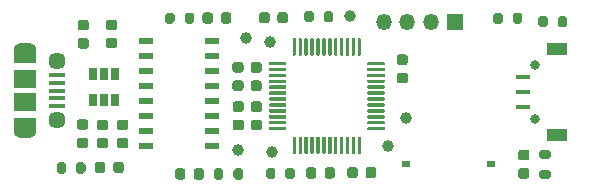
<source format=gbr>
%TF.GenerationSoftware,KiCad,Pcbnew,(5.1.8-0-10_14)*%
%TF.CreationDate,2021-04-16T18:19:52+02:00*%
%TF.ProjectId,SimpleCANAdapter,53696d70-6c65-4434-914e-416461707465,rev?*%
%TF.SameCoordinates,Original*%
%TF.FileFunction,Soldermask,Top*%
%TF.FilePolarity,Negative*%
%FSLAX46Y46*%
G04 Gerber Fmt 4.6, Leading zero omitted, Abs format (unit mm)*
G04 Created by KiCad (PCBNEW (5.1.8-0-10_14)) date 2021-04-16 18:19:52*
%MOMM*%
%LPD*%
G01*
G04 APERTURE LIST*
%ADD10C,1.000000*%
%ADD11C,1.450000*%
%ADD12R,1.350000X0.400000*%
%ADD13R,1.900000X1.500000*%
%ADD14R,1.900000X1.200000*%
%ADD15O,1.900000X0.950000*%
%ADD16R,1.200000X0.600000*%
%ADD17R,1.200000X0.350000*%
%ADD18C,0.800000*%
%ADD19R,1.800000X1.100000*%
%ADD20R,0.650000X1.060000*%
%ADD21R,1.350000X1.350000*%
%ADD22O,1.350000X1.350000*%
%ADD23R,0.800000X0.600000*%
G04 APERTURE END LIST*
D10*
%TO.C,TP8*%
X87760000Y-84320000D03*
%TD*%
%TO.C,TP3*%
X89750000Y-84650000D03*
%TD*%
%TO.C,TP2*%
X89950000Y-94000000D03*
%TD*%
D11*
%TO.C,J2*%
X71750000Y-86300000D03*
X71750000Y-91300000D03*
D12*
X71750000Y-87500000D03*
X71750000Y-88150000D03*
X71750000Y-88800000D03*
X71750000Y-89450000D03*
X71750000Y-90100000D03*
D13*
X69050000Y-87800000D03*
X69050000Y-89800000D03*
D14*
X69050000Y-85900000D03*
X69050000Y-91700000D03*
D15*
X69050000Y-85300000D03*
X69050000Y-92300000D03*
%TD*%
D16*
%TO.C,U5*%
X79230000Y-93445000D03*
X79230000Y-92175000D03*
X79230000Y-90905000D03*
X79230000Y-89635000D03*
X79230000Y-88365000D03*
X79230000Y-87095000D03*
X79230000Y-85825000D03*
X79230000Y-84555000D03*
X84830000Y-84555000D03*
X84830000Y-85825000D03*
X84830000Y-87095000D03*
X84830000Y-88365000D03*
X84830000Y-89635000D03*
X84830000Y-90905000D03*
X84830000Y-92175000D03*
X84830000Y-93445000D03*
%TD*%
%TO.C,D1*%
G36*
G01*
X74937500Y-95556250D02*
X74937500Y-95043750D01*
G75*
G02*
X75156250Y-94825000I218750J0D01*
G01*
X75593750Y-94825000D01*
G75*
G02*
X75812500Y-95043750I0J-218750D01*
G01*
X75812500Y-95556250D01*
G75*
G02*
X75593750Y-95775000I-218750J0D01*
G01*
X75156250Y-95775000D01*
G75*
G02*
X74937500Y-95556250I0J218750D01*
G01*
G37*
G36*
G01*
X76512500Y-95556250D02*
X76512500Y-95043750D01*
G75*
G02*
X76731250Y-94825000I218750J0D01*
G01*
X77168750Y-94825000D01*
G75*
G02*
X77387500Y-95043750I0J-218750D01*
G01*
X77387500Y-95556250D01*
G75*
G02*
X77168750Y-95775000I-218750J0D01*
G01*
X76731250Y-95775000D01*
G75*
G02*
X76512500Y-95556250I0J218750D01*
G01*
G37*
%TD*%
%TO.C,D2*%
G36*
G01*
X93687500Y-95505750D02*
X93687500Y-96018250D01*
G75*
G02*
X93468750Y-96237000I-218750J0D01*
G01*
X93031250Y-96237000D01*
G75*
G02*
X92812500Y-96018250I0J218750D01*
G01*
X92812500Y-95505750D01*
G75*
G02*
X93031250Y-95287000I218750J0D01*
G01*
X93468750Y-95287000D01*
G75*
G02*
X93687500Y-95505750I0J-218750D01*
G01*
G37*
G36*
G01*
X95262500Y-95505750D02*
X95262500Y-96018250D01*
G75*
G02*
X95043750Y-96237000I-218750J0D01*
G01*
X94606250Y-96237000D01*
G75*
G02*
X94387500Y-96018250I0J218750D01*
G01*
X94387500Y-95505750D01*
G75*
G02*
X94606250Y-95287000I218750J0D01*
G01*
X95043750Y-95287000D01*
G75*
G02*
X95262500Y-95505750I0J-218750D01*
G01*
G37*
%TD*%
D17*
%TO.C,J1*%
X111200000Y-90150000D03*
X111200000Y-88900000D03*
X111200000Y-87650000D03*
D18*
X112200000Y-91200000D03*
X112200000Y-86600000D03*
D19*
X114100000Y-92550000D03*
X114100000Y-85250000D03*
%TD*%
%TO.C,R2*%
G36*
G01*
X114135000Y-83225000D02*
X114135000Y-82675000D01*
G75*
G02*
X114335000Y-82475000I200000J0D01*
G01*
X114735000Y-82475000D01*
G75*
G02*
X114935000Y-82675000I0J-200000D01*
G01*
X114935000Y-83225000D01*
G75*
G02*
X114735000Y-83425000I-200000J0D01*
G01*
X114335000Y-83425000D01*
G75*
G02*
X114135000Y-83225000I0J200000D01*
G01*
G37*
G36*
G01*
X112485000Y-83225000D02*
X112485000Y-82675000D01*
G75*
G02*
X112685000Y-82475000I200000J0D01*
G01*
X113085000Y-82475000D01*
G75*
G02*
X113285000Y-82675000I0J-200000D01*
G01*
X113285000Y-83225000D01*
G75*
G02*
X113085000Y-83425000I-200000J0D01*
G01*
X112685000Y-83425000D01*
G75*
G02*
X112485000Y-83225000I0J200000D01*
G01*
G37*
%TD*%
%TO.C,R3*%
G36*
G01*
X113325000Y-96275000D02*
X112775000Y-96275000D01*
G75*
G02*
X112575000Y-96075000I0J200000D01*
G01*
X112575000Y-95675000D01*
G75*
G02*
X112775000Y-95475000I200000J0D01*
G01*
X113325000Y-95475000D01*
G75*
G02*
X113525000Y-95675000I0J-200000D01*
G01*
X113525000Y-96075000D01*
G75*
G02*
X113325000Y-96275000I-200000J0D01*
G01*
G37*
G36*
G01*
X113325000Y-94625000D02*
X112775000Y-94625000D01*
G75*
G02*
X112575000Y-94425000I0J200000D01*
G01*
X112575000Y-94025000D01*
G75*
G02*
X112775000Y-93825000I200000J0D01*
G01*
X113325000Y-93825000D01*
G75*
G02*
X113525000Y-94025000I0J-200000D01*
G01*
X113525000Y-94425000D01*
G75*
G02*
X113325000Y-94625000I-200000J0D01*
G01*
G37*
%TD*%
%TO.C,R4*%
G36*
G01*
X94326000Y-82811000D02*
X94326000Y-82261000D01*
G75*
G02*
X94526000Y-82061000I200000J0D01*
G01*
X94926000Y-82061000D01*
G75*
G02*
X95126000Y-82261000I0J-200000D01*
G01*
X95126000Y-82811000D01*
G75*
G02*
X94926000Y-83011000I-200000J0D01*
G01*
X94526000Y-83011000D01*
G75*
G02*
X94326000Y-82811000I0J200000D01*
G01*
G37*
G36*
G01*
X92676000Y-82811000D02*
X92676000Y-82261000D01*
G75*
G02*
X92876000Y-82061000I200000J0D01*
G01*
X93276000Y-82061000D01*
G75*
G02*
X93476000Y-82261000I0J-200000D01*
G01*
X93476000Y-82811000D01*
G75*
G02*
X93276000Y-83011000I-200000J0D01*
G01*
X92876000Y-83011000D01*
G75*
G02*
X92676000Y-82811000I0J200000D01*
G01*
G37*
%TD*%
%TO.C,R5*%
G36*
G01*
X72500000Y-95065000D02*
X72500000Y-95615000D01*
G75*
G02*
X72300000Y-95815000I-200000J0D01*
G01*
X71900000Y-95815000D01*
G75*
G02*
X71700000Y-95615000I0J200000D01*
G01*
X71700000Y-95065000D01*
G75*
G02*
X71900000Y-94865000I200000J0D01*
G01*
X72300000Y-94865000D01*
G75*
G02*
X72500000Y-95065000I0J-200000D01*
G01*
G37*
G36*
G01*
X74150000Y-95065000D02*
X74150000Y-95615000D01*
G75*
G02*
X73950000Y-95815000I-200000J0D01*
G01*
X73550000Y-95815000D01*
G75*
G02*
X73350000Y-95615000I0J200000D01*
G01*
X73350000Y-95065000D01*
G75*
G02*
X73550000Y-94865000I200000J0D01*
G01*
X73950000Y-94865000D01*
G75*
G02*
X74150000Y-95065000I0J-200000D01*
G01*
G37*
%TD*%
%TO.C,R6*%
G36*
G01*
X91875000Y-95525000D02*
X91875000Y-96075000D01*
G75*
G02*
X91675000Y-96275000I-200000J0D01*
G01*
X91275000Y-96275000D01*
G75*
G02*
X91075000Y-96075000I0J200000D01*
G01*
X91075000Y-95525000D01*
G75*
G02*
X91275000Y-95325000I200000J0D01*
G01*
X91675000Y-95325000D01*
G75*
G02*
X91875000Y-95525000I0J-200000D01*
G01*
G37*
G36*
G01*
X90225000Y-95525000D02*
X90225000Y-96075000D01*
G75*
G02*
X90025000Y-96275000I-200000J0D01*
G01*
X89625000Y-96275000D01*
G75*
G02*
X89425000Y-96075000I0J200000D01*
G01*
X89425000Y-95525000D01*
G75*
G02*
X89625000Y-95325000I200000J0D01*
G01*
X90025000Y-95325000D01*
G75*
G02*
X90225000Y-95525000I0J-200000D01*
G01*
G37*
%TD*%
D20*
%TO.C,U4*%
X75700000Y-89600000D03*
X76650000Y-89600000D03*
X74750000Y-89600000D03*
X74750000Y-87400000D03*
X75700000Y-87400000D03*
X76650000Y-87400000D03*
%TD*%
%TO.C,C7*%
G36*
G01*
X111000000Y-95350000D02*
X111500000Y-95350000D01*
G75*
G02*
X111725000Y-95575000I0J-225000D01*
G01*
X111725000Y-96025000D01*
G75*
G02*
X111500000Y-96250000I-225000J0D01*
G01*
X111000000Y-96250000D01*
G75*
G02*
X110775000Y-96025000I0J225000D01*
G01*
X110775000Y-95575000D01*
G75*
G02*
X111000000Y-95350000I225000J0D01*
G01*
G37*
G36*
G01*
X111000000Y-93800000D02*
X111500000Y-93800000D01*
G75*
G02*
X111725000Y-94025000I0J-225000D01*
G01*
X111725000Y-94475000D01*
G75*
G02*
X111500000Y-94700000I-225000J0D01*
G01*
X111000000Y-94700000D01*
G75*
G02*
X110775000Y-94475000I0J225000D01*
G01*
X110775000Y-94025000D01*
G75*
G02*
X111000000Y-93800000I225000J0D01*
G01*
G37*
%TD*%
%TO.C,C15*%
G36*
G01*
X73700000Y-84350000D02*
X74200000Y-84350000D01*
G75*
G02*
X74425000Y-84575000I0J-225000D01*
G01*
X74425000Y-85025000D01*
G75*
G02*
X74200000Y-85250000I-225000J0D01*
G01*
X73700000Y-85250000D01*
G75*
G02*
X73475000Y-85025000I0J225000D01*
G01*
X73475000Y-84575000D01*
G75*
G02*
X73700000Y-84350000I225000J0D01*
G01*
G37*
G36*
G01*
X73700000Y-82800000D02*
X74200000Y-82800000D01*
G75*
G02*
X74425000Y-83025000I0J-225000D01*
G01*
X74425000Y-83475000D01*
G75*
G02*
X74200000Y-83700000I-225000J0D01*
G01*
X73700000Y-83700000D01*
G75*
G02*
X73475000Y-83475000I0J225000D01*
G01*
X73475000Y-83025000D01*
G75*
G02*
X73700000Y-82800000I225000J0D01*
G01*
G37*
%TD*%
%TO.C,C16*%
G36*
G01*
X77540000Y-93690000D02*
X77040000Y-93690000D01*
G75*
G02*
X76815000Y-93465000I0J225000D01*
G01*
X76815000Y-93015000D01*
G75*
G02*
X77040000Y-92790000I225000J0D01*
G01*
X77540000Y-92790000D01*
G75*
G02*
X77765000Y-93015000I0J-225000D01*
G01*
X77765000Y-93465000D01*
G75*
G02*
X77540000Y-93690000I-225000J0D01*
G01*
G37*
G36*
G01*
X77540000Y-92140000D02*
X77040000Y-92140000D01*
G75*
G02*
X76815000Y-91915000I0J225000D01*
G01*
X76815000Y-91465000D01*
G75*
G02*
X77040000Y-91240000I225000J0D01*
G01*
X77540000Y-91240000D01*
G75*
G02*
X77765000Y-91465000I0J-225000D01*
G01*
X77765000Y-91915000D01*
G75*
G02*
X77540000Y-92140000I-225000J0D01*
G01*
G37*
%TD*%
%TO.C,C17*%
G36*
G01*
X74140000Y-92115000D02*
X73640000Y-92115000D01*
G75*
G02*
X73415000Y-91890000I0J225000D01*
G01*
X73415000Y-91440000D01*
G75*
G02*
X73640000Y-91215000I225000J0D01*
G01*
X74140000Y-91215000D01*
G75*
G02*
X74365000Y-91440000I0J-225000D01*
G01*
X74365000Y-91890000D01*
G75*
G02*
X74140000Y-92115000I-225000J0D01*
G01*
G37*
G36*
G01*
X74140000Y-93665000D02*
X73640000Y-93665000D01*
G75*
G02*
X73415000Y-93440000I0J225000D01*
G01*
X73415000Y-92990000D01*
G75*
G02*
X73640000Y-92765000I225000J0D01*
G01*
X74140000Y-92765000D01*
G75*
G02*
X74365000Y-92990000I0J-225000D01*
G01*
X74365000Y-93440000D01*
G75*
G02*
X74140000Y-93665000I-225000J0D01*
G01*
G37*
%TD*%
%TO.C,C18*%
G36*
G01*
X76100000Y-84325000D02*
X76600000Y-84325000D01*
G75*
G02*
X76825000Y-84550000I0J-225000D01*
G01*
X76825000Y-85000000D01*
G75*
G02*
X76600000Y-85225000I-225000J0D01*
G01*
X76100000Y-85225000D01*
G75*
G02*
X75875000Y-85000000I0J225000D01*
G01*
X75875000Y-84550000D01*
G75*
G02*
X76100000Y-84325000I225000J0D01*
G01*
G37*
G36*
G01*
X76100000Y-82775000D02*
X76600000Y-82775000D01*
G75*
G02*
X76825000Y-83000000I0J-225000D01*
G01*
X76825000Y-83450000D01*
G75*
G02*
X76600000Y-83675000I-225000J0D01*
G01*
X76100000Y-83675000D01*
G75*
G02*
X75875000Y-83450000I0J225000D01*
G01*
X75875000Y-83000000D01*
G75*
G02*
X76100000Y-82775000I225000J0D01*
G01*
G37*
%TD*%
%TO.C,C19*%
G36*
G01*
X75840000Y-93690000D02*
X75340000Y-93690000D01*
G75*
G02*
X75115000Y-93465000I0J225000D01*
G01*
X75115000Y-93015000D01*
G75*
G02*
X75340000Y-92790000I225000J0D01*
G01*
X75840000Y-92790000D01*
G75*
G02*
X76065000Y-93015000I0J-225000D01*
G01*
X76065000Y-93465000D01*
G75*
G02*
X75840000Y-93690000I-225000J0D01*
G01*
G37*
G36*
G01*
X75840000Y-92140000D02*
X75340000Y-92140000D01*
G75*
G02*
X75115000Y-91915000I0J225000D01*
G01*
X75115000Y-91465000D01*
G75*
G02*
X75340000Y-91240000I225000J0D01*
G01*
X75840000Y-91240000D01*
G75*
G02*
X76065000Y-91465000I0J-225000D01*
G01*
X76065000Y-91915000D01*
G75*
G02*
X75840000Y-92140000I-225000J0D01*
G01*
G37*
%TD*%
D10*
%TO.C,TP1*%
X96550000Y-82500000D03*
%TD*%
%TO.C,TP4*%
X101260000Y-91080000D03*
%TD*%
%TO.C,D3*%
G36*
G01*
X83310000Y-96106250D02*
X83310000Y-95593750D01*
G75*
G02*
X83528750Y-95375000I218750J0D01*
G01*
X83966250Y-95375000D01*
G75*
G02*
X84185000Y-95593750I0J-218750D01*
G01*
X84185000Y-96106250D01*
G75*
G02*
X83966250Y-96325000I-218750J0D01*
G01*
X83528750Y-96325000D01*
G75*
G02*
X83310000Y-96106250I0J218750D01*
G01*
G37*
G36*
G01*
X81735000Y-96106250D02*
X81735000Y-95593750D01*
G75*
G02*
X81953750Y-95375000I218750J0D01*
G01*
X82391250Y-95375000D01*
G75*
G02*
X82610000Y-95593750I0J-218750D01*
G01*
X82610000Y-96106250D01*
G75*
G02*
X82391250Y-96325000I-218750J0D01*
G01*
X81953750Y-96325000D01*
G75*
G02*
X81735000Y-96106250I0J218750D01*
G01*
G37*
%TD*%
%TO.C,D4*%
G36*
G01*
X86497500Y-82393750D02*
X86497500Y-82906250D01*
G75*
G02*
X86278750Y-83125000I-218750J0D01*
G01*
X85841250Y-83125000D01*
G75*
G02*
X85622500Y-82906250I0J218750D01*
G01*
X85622500Y-82393750D01*
G75*
G02*
X85841250Y-82175000I218750J0D01*
G01*
X86278750Y-82175000D01*
G75*
G02*
X86497500Y-82393750I0J-218750D01*
G01*
G37*
G36*
G01*
X84922500Y-82393750D02*
X84922500Y-82906250D01*
G75*
G02*
X84703750Y-83125000I-218750J0D01*
G01*
X84266250Y-83125000D01*
G75*
G02*
X84047500Y-82906250I0J218750D01*
G01*
X84047500Y-82393750D01*
G75*
G02*
X84266250Y-82175000I218750J0D01*
G01*
X84703750Y-82175000D01*
G75*
G02*
X84922500Y-82393750I0J-218750D01*
G01*
G37*
%TD*%
%TO.C,R7*%
G36*
G01*
X85015000Y-96125000D02*
X85015000Y-95575000D01*
G75*
G02*
X85215000Y-95375000I200000J0D01*
G01*
X85615000Y-95375000D01*
G75*
G02*
X85815000Y-95575000I0J-200000D01*
G01*
X85815000Y-96125000D01*
G75*
G02*
X85615000Y-96325000I-200000J0D01*
G01*
X85215000Y-96325000D01*
G75*
G02*
X85015000Y-96125000I0J200000D01*
G01*
G37*
G36*
G01*
X86665000Y-96125000D02*
X86665000Y-95575000D01*
G75*
G02*
X86865000Y-95375000I200000J0D01*
G01*
X87265000Y-95375000D01*
G75*
G02*
X87465000Y-95575000I0J-200000D01*
G01*
X87465000Y-96125000D01*
G75*
G02*
X87265000Y-96325000I-200000J0D01*
G01*
X86865000Y-96325000D01*
G75*
G02*
X86665000Y-96125000I0J200000D01*
G01*
G37*
%TD*%
%TO.C,R8*%
G36*
G01*
X81685000Y-82385000D02*
X81685000Y-82935000D01*
G75*
G02*
X81485000Y-83135000I-200000J0D01*
G01*
X81085000Y-83135000D01*
G75*
G02*
X80885000Y-82935000I0J200000D01*
G01*
X80885000Y-82385000D01*
G75*
G02*
X81085000Y-82185000I200000J0D01*
G01*
X81485000Y-82185000D01*
G75*
G02*
X81685000Y-82385000I0J-200000D01*
G01*
G37*
G36*
G01*
X83335000Y-82385000D02*
X83335000Y-82935000D01*
G75*
G02*
X83135000Y-83135000I-200000J0D01*
G01*
X82735000Y-83135000D01*
G75*
G02*
X82535000Y-82935000I0J200000D01*
G01*
X82535000Y-82385000D01*
G75*
G02*
X82735000Y-82185000I200000J0D01*
G01*
X83135000Y-82185000D01*
G75*
G02*
X83335000Y-82385000I0J-200000D01*
G01*
G37*
%TD*%
%TO.C,C2*%
G36*
G01*
X100720000Y-85730000D02*
X101220000Y-85730000D01*
G75*
G02*
X101445000Y-85955000I0J-225000D01*
G01*
X101445000Y-86405000D01*
G75*
G02*
X101220000Y-86630000I-225000J0D01*
G01*
X100720000Y-86630000D01*
G75*
G02*
X100495000Y-86405000I0J225000D01*
G01*
X100495000Y-85955000D01*
G75*
G02*
X100720000Y-85730000I225000J0D01*
G01*
G37*
G36*
G01*
X100720000Y-87280000D02*
X101220000Y-87280000D01*
G75*
G02*
X101445000Y-87505000I0J-225000D01*
G01*
X101445000Y-87955000D01*
G75*
G02*
X101220000Y-88180000I-225000J0D01*
G01*
X100720000Y-88180000D01*
G75*
G02*
X100495000Y-87955000I0J225000D01*
G01*
X100495000Y-87505000D01*
G75*
G02*
X100720000Y-87280000I225000J0D01*
G01*
G37*
%TD*%
%TO.C,C3*%
G36*
G01*
X88340000Y-87935000D02*
X88840000Y-87935000D01*
G75*
G02*
X89065000Y-88160000I0J-225000D01*
G01*
X89065000Y-88610000D01*
G75*
G02*
X88840000Y-88835000I-225000J0D01*
G01*
X88340000Y-88835000D01*
G75*
G02*
X88115000Y-88610000I0J225000D01*
G01*
X88115000Y-88160000D01*
G75*
G02*
X88340000Y-87935000I225000J0D01*
G01*
G37*
G36*
G01*
X88340000Y-86385000D02*
X88840000Y-86385000D01*
G75*
G02*
X89065000Y-86610000I0J-225000D01*
G01*
X89065000Y-87060000D01*
G75*
G02*
X88840000Y-87285000I-225000J0D01*
G01*
X88340000Y-87285000D01*
G75*
G02*
X88115000Y-87060000I0J225000D01*
G01*
X88115000Y-86610000D01*
G75*
G02*
X88340000Y-86385000I225000J0D01*
G01*
G37*
%TD*%
%TO.C,C6*%
G36*
G01*
X97205000Y-95490000D02*
X97205000Y-95990000D01*
G75*
G02*
X96980000Y-96215000I-225000J0D01*
G01*
X96530000Y-96215000D01*
G75*
G02*
X96305000Y-95990000I0J225000D01*
G01*
X96305000Y-95490000D01*
G75*
G02*
X96530000Y-95265000I225000J0D01*
G01*
X96980000Y-95265000D01*
G75*
G02*
X97205000Y-95490000I0J-225000D01*
G01*
G37*
G36*
G01*
X98755000Y-95490000D02*
X98755000Y-95990000D01*
G75*
G02*
X98530000Y-96215000I-225000J0D01*
G01*
X98080000Y-96215000D01*
G75*
G02*
X97855000Y-95990000I0J225000D01*
G01*
X97855000Y-95490000D01*
G75*
G02*
X98080000Y-95265000I225000J0D01*
G01*
X98530000Y-95265000D01*
G75*
G02*
X98755000Y-95490000I0J-225000D01*
G01*
G37*
%TD*%
%TO.C,C8*%
G36*
G01*
X90395000Y-82880000D02*
X90395000Y-82380000D01*
G75*
G02*
X90620000Y-82155000I225000J0D01*
G01*
X91070000Y-82155000D01*
G75*
G02*
X91295000Y-82380000I0J-225000D01*
G01*
X91295000Y-82880000D01*
G75*
G02*
X91070000Y-83105000I-225000J0D01*
G01*
X90620000Y-83105000D01*
G75*
G02*
X90395000Y-82880000I0J225000D01*
G01*
G37*
G36*
G01*
X88845000Y-82880000D02*
X88845000Y-82380000D01*
G75*
G02*
X89070000Y-82155000I225000J0D01*
G01*
X89520000Y-82155000D01*
G75*
G02*
X89745000Y-82380000I0J-225000D01*
G01*
X89745000Y-82880000D01*
G75*
G02*
X89520000Y-83105000I-225000J0D01*
G01*
X89070000Y-83105000D01*
G75*
G02*
X88845000Y-82880000I0J225000D01*
G01*
G37*
%TD*%
%TO.C,C10*%
G36*
G01*
X88870000Y-92155000D02*
X88370000Y-92155000D01*
G75*
G02*
X88145000Y-91930000I0J225000D01*
G01*
X88145000Y-91480000D01*
G75*
G02*
X88370000Y-91255000I225000J0D01*
G01*
X88870000Y-91255000D01*
G75*
G02*
X89095000Y-91480000I0J-225000D01*
G01*
X89095000Y-91930000D01*
G75*
G02*
X88870000Y-92155000I-225000J0D01*
G01*
G37*
G36*
G01*
X88870000Y-90605000D02*
X88370000Y-90605000D01*
G75*
G02*
X88145000Y-90380000I0J225000D01*
G01*
X88145000Y-89930000D01*
G75*
G02*
X88370000Y-89705000I225000J0D01*
G01*
X88870000Y-89705000D01*
G75*
G02*
X89095000Y-89930000I0J-225000D01*
G01*
X89095000Y-90380000D01*
G75*
G02*
X88870000Y-90605000I-225000J0D01*
G01*
G37*
%TD*%
%TO.C,U1*%
G36*
G01*
X89680000Y-86585000D02*
X89680000Y-86435000D01*
G75*
G02*
X89755000Y-86360000I75000J0D01*
G01*
X91080000Y-86360000D01*
G75*
G02*
X91155000Y-86435000I0J-75000D01*
G01*
X91155000Y-86585000D01*
G75*
G02*
X91080000Y-86660000I-75000J0D01*
G01*
X89755000Y-86660000D01*
G75*
G02*
X89680000Y-86585000I0J75000D01*
G01*
G37*
G36*
G01*
X89680000Y-87085000D02*
X89680000Y-86935000D01*
G75*
G02*
X89755000Y-86860000I75000J0D01*
G01*
X91080000Y-86860000D01*
G75*
G02*
X91155000Y-86935000I0J-75000D01*
G01*
X91155000Y-87085000D01*
G75*
G02*
X91080000Y-87160000I-75000J0D01*
G01*
X89755000Y-87160000D01*
G75*
G02*
X89680000Y-87085000I0J75000D01*
G01*
G37*
G36*
G01*
X89680000Y-87585000D02*
X89680000Y-87435000D01*
G75*
G02*
X89755000Y-87360000I75000J0D01*
G01*
X91080000Y-87360000D01*
G75*
G02*
X91155000Y-87435000I0J-75000D01*
G01*
X91155000Y-87585000D01*
G75*
G02*
X91080000Y-87660000I-75000J0D01*
G01*
X89755000Y-87660000D01*
G75*
G02*
X89680000Y-87585000I0J75000D01*
G01*
G37*
G36*
G01*
X89680000Y-88085000D02*
X89680000Y-87935000D01*
G75*
G02*
X89755000Y-87860000I75000J0D01*
G01*
X91080000Y-87860000D01*
G75*
G02*
X91155000Y-87935000I0J-75000D01*
G01*
X91155000Y-88085000D01*
G75*
G02*
X91080000Y-88160000I-75000J0D01*
G01*
X89755000Y-88160000D01*
G75*
G02*
X89680000Y-88085000I0J75000D01*
G01*
G37*
G36*
G01*
X89680000Y-88585000D02*
X89680000Y-88435000D01*
G75*
G02*
X89755000Y-88360000I75000J0D01*
G01*
X91080000Y-88360000D01*
G75*
G02*
X91155000Y-88435000I0J-75000D01*
G01*
X91155000Y-88585000D01*
G75*
G02*
X91080000Y-88660000I-75000J0D01*
G01*
X89755000Y-88660000D01*
G75*
G02*
X89680000Y-88585000I0J75000D01*
G01*
G37*
G36*
G01*
X89680000Y-89085000D02*
X89680000Y-88935000D01*
G75*
G02*
X89755000Y-88860000I75000J0D01*
G01*
X91080000Y-88860000D01*
G75*
G02*
X91155000Y-88935000I0J-75000D01*
G01*
X91155000Y-89085000D01*
G75*
G02*
X91080000Y-89160000I-75000J0D01*
G01*
X89755000Y-89160000D01*
G75*
G02*
X89680000Y-89085000I0J75000D01*
G01*
G37*
G36*
G01*
X89680000Y-89585000D02*
X89680000Y-89435000D01*
G75*
G02*
X89755000Y-89360000I75000J0D01*
G01*
X91080000Y-89360000D01*
G75*
G02*
X91155000Y-89435000I0J-75000D01*
G01*
X91155000Y-89585000D01*
G75*
G02*
X91080000Y-89660000I-75000J0D01*
G01*
X89755000Y-89660000D01*
G75*
G02*
X89680000Y-89585000I0J75000D01*
G01*
G37*
G36*
G01*
X89680000Y-90085000D02*
X89680000Y-89935000D01*
G75*
G02*
X89755000Y-89860000I75000J0D01*
G01*
X91080000Y-89860000D01*
G75*
G02*
X91155000Y-89935000I0J-75000D01*
G01*
X91155000Y-90085000D01*
G75*
G02*
X91080000Y-90160000I-75000J0D01*
G01*
X89755000Y-90160000D01*
G75*
G02*
X89680000Y-90085000I0J75000D01*
G01*
G37*
G36*
G01*
X89680000Y-90585000D02*
X89680000Y-90435000D01*
G75*
G02*
X89755000Y-90360000I75000J0D01*
G01*
X91080000Y-90360000D01*
G75*
G02*
X91155000Y-90435000I0J-75000D01*
G01*
X91155000Y-90585000D01*
G75*
G02*
X91080000Y-90660000I-75000J0D01*
G01*
X89755000Y-90660000D01*
G75*
G02*
X89680000Y-90585000I0J75000D01*
G01*
G37*
G36*
G01*
X89680000Y-91085000D02*
X89680000Y-90935000D01*
G75*
G02*
X89755000Y-90860000I75000J0D01*
G01*
X91080000Y-90860000D01*
G75*
G02*
X91155000Y-90935000I0J-75000D01*
G01*
X91155000Y-91085000D01*
G75*
G02*
X91080000Y-91160000I-75000J0D01*
G01*
X89755000Y-91160000D01*
G75*
G02*
X89680000Y-91085000I0J75000D01*
G01*
G37*
G36*
G01*
X89680000Y-91585000D02*
X89680000Y-91435000D01*
G75*
G02*
X89755000Y-91360000I75000J0D01*
G01*
X91080000Y-91360000D01*
G75*
G02*
X91155000Y-91435000I0J-75000D01*
G01*
X91155000Y-91585000D01*
G75*
G02*
X91080000Y-91660000I-75000J0D01*
G01*
X89755000Y-91660000D01*
G75*
G02*
X89680000Y-91585000I0J75000D01*
G01*
G37*
G36*
G01*
X89680000Y-92085000D02*
X89680000Y-91935000D01*
G75*
G02*
X89755000Y-91860000I75000J0D01*
G01*
X91080000Y-91860000D01*
G75*
G02*
X91155000Y-91935000I0J-75000D01*
G01*
X91155000Y-92085000D01*
G75*
G02*
X91080000Y-92160000I-75000J0D01*
G01*
X89755000Y-92160000D01*
G75*
G02*
X89680000Y-92085000I0J75000D01*
G01*
G37*
G36*
G01*
X91680000Y-94085000D02*
X91680000Y-92760000D01*
G75*
G02*
X91755000Y-92685000I75000J0D01*
G01*
X91905000Y-92685000D01*
G75*
G02*
X91980000Y-92760000I0J-75000D01*
G01*
X91980000Y-94085000D01*
G75*
G02*
X91905000Y-94160000I-75000J0D01*
G01*
X91755000Y-94160000D01*
G75*
G02*
X91680000Y-94085000I0J75000D01*
G01*
G37*
G36*
G01*
X92180000Y-94085000D02*
X92180000Y-92760000D01*
G75*
G02*
X92255000Y-92685000I75000J0D01*
G01*
X92405000Y-92685000D01*
G75*
G02*
X92480000Y-92760000I0J-75000D01*
G01*
X92480000Y-94085000D01*
G75*
G02*
X92405000Y-94160000I-75000J0D01*
G01*
X92255000Y-94160000D01*
G75*
G02*
X92180000Y-94085000I0J75000D01*
G01*
G37*
G36*
G01*
X92680000Y-94085000D02*
X92680000Y-92760000D01*
G75*
G02*
X92755000Y-92685000I75000J0D01*
G01*
X92905000Y-92685000D01*
G75*
G02*
X92980000Y-92760000I0J-75000D01*
G01*
X92980000Y-94085000D01*
G75*
G02*
X92905000Y-94160000I-75000J0D01*
G01*
X92755000Y-94160000D01*
G75*
G02*
X92680000Y-94085000I0J75000D01*
G01*
G37*
G36*
G01*
X93180000Y-94085000D02*
X93180000Y-92760000D01*
G75*
G02*
X93255000Y-92685000I75000J0D01*
G01*
X93405000Y-92685000D01*
G75*
G02*
X93480000Y-92760000I0J-75000D01*
G01*
X93480000Y-94085000D01*
G75*
G02*
X93405000Y-94160000I-75000J0D01*
G01*
X93255000Y-94160000D01*
G75*
G02*
X93180000Y-94085000I0J75000D01*
G01*
G37*
G36*
G01*
X93680000Y-94085000D02*
X93680000Y-92760000D01*
G75*
G02*
X93755000Y-92685000I75000J0D01*
G01*
X93905000Y-92685000D01*
G75*
G02*
X93980000Y-92760000I0J-75000D01*
G01*
X93980000Y-94085000D01*
G75*
G02*
X93905000Y-94160000I-75000J0D01*
G01*
X93755000Y-94160000D01*
G75*
G02*
X93680000Y-94085000I0J75000D01*
G01*
G37*
G36*
G01*
X94180000Y-94085000D02*
X94180000Y-92760000D01*
G75*
G02*
X94255000Y-92685000I75000J0D01*
G01*
X94405000Y-92685000D01*
G75*
G02*
X94480000Y-92760000I0J-75000D01*
G01*
X94480000Y-94085000D01*
G75*
G02*
X94405000Y-94160000I-75000J0D01*
G01*
X94255000Y-94160000D01*
G75*
G02*
X94180000Y-94085000I0J75000D01*
G01*
G37*
G36*
G01*
X94680000Y-94085000D02*
X94680000Y-92760000D01*
G75*
G02*
X94755000Y-92685000I75000J0D01*
G01*
X94905000Y-92685000D01*
G75*
G02*
X94980000Y-92760000I0J-75000D01*
G01*
X94980000Y-94085000D01*
G75*
G02*
X94905000Y-94160000I-75000J0D01*
G01*
X94755000Y-94160000D01*
G75*
G02*
X94680000Y-94085000I0J75000D01*
G01*
G37*
G36*
G01*
X95180000Y-94085000D02*
X95180000Y-92760000D01*
G75*
G02*
X95255000Y-92685000I75000J0D01*
G01*
X95405000Y-92685000D01*
G75*
G02*
X95480000Y-92760000I0J-75000D01*
G01*
X95480000Y-94085000D01*
G75*
G02*
X95405000Y-94160000I-75000J0D01*
G01*
X95255000Y-94160000D01*
G75*
G02*
X95180000Y-94085000I0J75000D01*
G01*
G37*
G36*
G01*
X95680000Y-94085000D02*
X95680000Y-92760000D01*
G75*
G02*
X95755000Y-92685000I75000J0D01*
G01*
X95905000Y-92685000D01*
G75*
G02*
X95980000Y-92760000I0J-75000D01*
G01*
X95980000Y-94085000D01*
G75*
G02*
X95905000Y-94160000I-75000J0D01*
G01*
X95755000Y-94160000D01*
G75*
G02*
X95680000Y-94085000I0J75000D01*
G01*
G37*
G36*
G01*
X96180000Y-94085000D02*
X96180000Y-92760000D01*
G75*
G02*
X96255000Y-92685000I75000J0D01*
G01*
X96405000Y-92685000D01*
G75*
G02*
X96480000Y-92760000I0J-75000D01*
G01*
X96480000Y-94085000D01*
G75*
G02*
X96405000Y-94160000I-75000J0D01*
G01*
X96255000Y-94160000D01*
G75*
G02*
X96180000Y-94085000I0J75000D01*
G01*
G37*
G36*
G01*
X96680000Y-94085000D02*
X96680000Y-92760000D01*
G75*
G02*
X96755000Y-92685000I75000J0D01*
G01*
X96905000Y-92685000D01*
G75*
G02*
X96980000Y-92760000I0J-75000D01*
G01*
X96980000Y-94085000D01*
G75*
G02*
X96905000Y-94160000I-75000J0D01*
G01*
X96755000Y-94160000D01*
G75*
G02*
X96680000Y-94085000I0J75000D01*
G01*
G37*
G36*
G01*
X97180000Y-94085000D02*
X97180000Y-92760000D01*
G75*
G02*
X97255000Y-92685000I75000J0D01*
G01*
X97405000Y-92685000D01*
G75*
G02*
X97480000Y-92760000I0J-75000D01*
G01*
X97480000Y-94085000D01*
G75*
G02*
X97405000Y-94160000I-75000J0D01*
G01*
X97255000Y-94160000D01*
G75*
G02*
X97180000Y-94085000I0J75000D01*
G01*
G37*
G36*
G01*
X98005000Y-92085000D02*
X98005000Y-91935000D01*
G75*
G02*
X98080000Y-91860000I75000J0D01*
G01*
X99405000Y-91860000D01*
G75*
G02*
X99480000Y-91935000I0J-75000D01*
G01*
X99480000Y-92085000D01*
G75*
G02*
X99405000Y-92160000I-75000J0D01*
G01*
X98080000Y-92160000D01*
G75*
G02*
X98005000Y-92085000I0J75000D01*
G01*
G37*
G36*
G01*
X98005000Y-91585000D02*
X98005000Y-91435000D01*
G75*
G02*
X98080000Y-91360000I75000J0D01*
G01*
X99405000Y-91360000D01*
G75*
G02*
X99480000Y-91435000I0J-75000D01*
G01*
X99480000Y-91585000D01*
G75*
G02*
X99405000Y-91660000I-75000J0D01*
G01*
X98080000Y-91660000D01*
G75*
G02*
X98005000Y-91585000I0J75000D01*
G01*
G37*
G36*
G01*
X98005000Y-91085000D02*
X98005000Y-90935000D01*
G75*
G02*
X98080000Y-90860000I75000J0D01*
G01*
X99405000Y-90860000D01*
G75*
G02*
X99480000Y-90935000I0J-75000D01*
G01*
X99480000Y-91085000D01*
G75*
G02*
X99405000Y-91160000I-75000J0D01*
G01*
X98080000Y-91160000D01*
G75*
G02*
X98005000Y-91085000I0J75000D01*
G01*
G37*
G36*
G01*
X98005000Y-90585000D02*
X98005000Y-90435000D01*
G75*
G02*
X98080000Y-90360000I75000J0D01*
G01*
X99405000Y-90360000D01*
G75*
G02*
X99480000Y-90435000I0J-75000D01*
G01*
X99480000Y-90585000D01*
G75*
G02*
X99405000Y-90660000I-75000J0D01*
G01*
X98080000Y-90660000D01*
G75*
G02*
X98005000Y-90585000I0J75000D01*
G01*
G37*
G36*
G01*
X98005000Y-90085000D02*
X98005000Y-89935000D01*
G75*
G02*
X98080000Y-89860000I75000J0D01*
G01*
X99405000Y-89860000D01*
G75*
G02*
X99480000Y-89935000I0J-75000D01*
G01*
X99480000Y-90085000D01*
G75*
G02*
X99405000Y-90160000I-75000J0D01*
G01*
X98080000Y-90160000D01*
G75*
G02*
X98005000Y-90085000I0J75000D01*
G01*
G37*
G36*
G01*
X98005000Y-89585000D02*
X98005000Y-89435000D01*
G75*
G02*
X98080000Y-89360000I75000J0D01*
G01*
X99405000Y-89360000D01*
G75*
G02*
X99480000Y-89435000I0J-75000D01*
G01*
X99480000Y-89585000D01*
G75*
G02*
X99405000Y-89660000I-75000J0D01*
G01*
X98080000Y-89660000D01*
G75*
G02*
X98005000Y-89585000I0J75000D01*
G01*
G37*
G36*
G01*
X98005000Y-89085000D02*
X98005000Y-88935000D01*
G75*
G02*
X98080000Y-88860000I75000J0D01*
G01*
X99405000Y-88860000D01*
G75*
G02*
X99480000Y-88935000I0J-75000D01*
G01*
X99480000Y-89085000D01*
G75*
G02*
X99405000Y-89160000I-75000J0D01*
G01*
X98080000Y-89160000D01*
G75*
G02*
X98005000Y-89085000I0J75000D01*
G01*
G37*
G36*
G01*
X98005000Y-88585000D02*
X98005000Y-88435000D01*
G75*
G02*
X98080000Y-88360000I75000J0D01*
G01*
X99405000Y-88360000D01*
G75*
G02*
X99480000Y-88435000I0J-75000D01*
G01*
X99480000Y-88585000D01*
G75*
G02*
X99405000Y-88660000I-75000J0D01*
G01*
X98080000Y-88660000D01*
G75*
G02*
X98005000Y-88585000I0J75000D01*
G01*
G37*
G36*
G01*
X98005000Y-88085000D02*
X98005000Y-87935000D01*
G75*
G02*
X98080000Y-87860000I75000J0D01*
G01*
X99405000Y-87860000D01*
G75*
G02*
X99480000Y-87935000I0J-75000D01*
G01*
X99480000Y-88085000D01*
G75*
G02*
X99405000Y-88160000I-75000J0D01*
G01*
X98080000Y-88160000D01*
G75*
G02*
X98005000Y-88085000I0J75000D01*
G01*
G37*
G36*
G01*
X98005000Y-87585000D02*
X98005000Y-87435000D01*
G75*
G02*
X98080000Y-87360000I75000J0D01*
G01*
X99405000Y-87360000D01*
G75*
G02*
X99480000Y-87435000I0J-75000D01*
G01*
X99480000Y-87585000D01*
G75*
G02*
X99405000Y-87660000I-75000J0D01*
G01*
X98080000Y-87660000D01*
G75*
G02*
X98005000Y-87585000I0J75000D01*
G01*
G37*
G36*
G01*
X98005000Y-87085000D02*
X98005000Y-86935000D01*
G75*
G02*
X98080000Y-86860000I75000J0D01*
G01*
X99405000Y-86860000D01*
G75*
G02*
X99480000Y-86935000I0J-75000D01*
G01*
X99480000Y-87085000D01*
G75*
G02*
X99405000Y-87160000I-75000J0D01*
G01*
X98080000Y-87160000D01*
G75*
G02*
X98005000Y-87085000I0J75000D01*
G01*
G37*
G36*
G01*
X98005000Y-86585000D02*
X98005000Y-86435000D01*
G75*
G02*
X98080000Y-86360000I75000J0D01*
G01*
X99405000Y-86360000D01*
G75*
G02*
X99480000Y-86435000I0J-75000D01*
G01*
X99480000Y-86585000D01*
G75*
G02*
X99405000Y-86660000I-75000J0D01*
G01*
X98080000Y-86660000D01*
G75*
G02*
X98005000Y-86585000I0J75000D01*
G01*
G37*
G36*
G01*
X97180000Y-85760000D02*
X97180000Y-84435000D01*
G75*
G02*
X97255000Y-84360000I75000J0D01*
G01*
X97405000Y-84360000D01*
G75*
G02*
X97480000Y-84435000I0J-75000D01*
G01*
X97480000Y-85760000D01*
G75*
G02*
X97405000Y-85835000I-75000J0D01*
G01*
X97255000Y-85835000D01*
G75*
G02*
X97180000Y-85760000I0J75000D01*
G01*
G37*
G36*
G01*
X96680000Y-85760000D02*
X96680000Y-84435000D01*
G75*
G02*
X96755000Y-84360000I75000J0D01*
G01*
X96905000Y-84360000D01*
G75*
G02*
X96980000Y-84435000I0J-75000D01*
G01*
X96980000Y-85760000D01*
G75*
G02*
X96905000Y-85835000I-75000J0D01*
G01*
X96755000Y-85835000D01*
G75*
G02*
X96680000Y-85760000I0J75000D01*
G01*
G37*
G36*
G01*
X96180000Y-85760000D02*
X96180000Y-84435000D01*
G75*
G02*
X96255000Y-84360000I75000J0D01*
G01*
X96405000Y-84360000D01*
G75*
G02*
X96480000Y-84435000I0J-75000D01*
G01*
X96480000Y-85760000D01*
G75*
G02*
X96405000Y-85835000I-75000J0D01*
G01*
X96255000Y-85835000D01*
G75*
G02*
X96180000Y-85760000I0J75000D01*
G01*
G37*
G36*
G01*
X95680000Y-85760000D02*
X95680000Y-84435000D01*
G75*
G02*
X95755000Y-84360000I75000J0D01*
G01*
X95905000Y-84360000D01*
G75*
G02*
X95980000Y-84435000I0J-75000D01*
G01*
X95980000Y-85760000D01*
G75*
G02*
X95905000Y-85835000I-75000J0D01*
G01*
X95755000Y-85835000D01*
G75*
G02*
X95680000Y-85760000I0J75000D01*
G01*
G37*
G36*
G01*
X95180000Y-85760000D02*
X95180000Y-84435000D01*
G75*
G02*
X95255000Y-84360000I75000J0D01*
G01*
X95405000Y-84360000D01*
G75*
G02*
X95480000Y-84435000I0J-75000D01*
G01*
X95480000Y-85760000D01*
G75*
G02*
X95405000Y-85835000I-75000J0D01*
G01*
X95255000Y-85835000D01*
G75*
G02*
X95180000Y-85760000I0J75000D01*
G01*
G37*
G36*
G01*
X94680000Y-85760000D02*
X94680000Y-84435000D01*
G75*
G02*
X94755000Y-84360000I75000J0D01*
G01*
X94905000Y-84360000D01*
G75*
G02*
X94980000Y-84435000I0J-75000D01*
G01*
X94980000Y-85760000D01*
G75*
G02*
X94905000Y-85835000I-75000J0D01*
G01*
X94755000Y-85835000D01*
G75*
G02*
X94680000Y-85760000I0J75000D01*
G01*
G37*
G36*
G01*
X94180000Y-85760000D02*
X94180000Y-84435000D01*
G75*
G02*
X94255000Y-84360000I75000J0D01*
G01*
X94405000Y-84360000D01*
G75*
G02*
X94480000Y-84435000I0J-75000D01*
G01*
X94480000Y-85760000D01*
G75*
G02*
X94405000Y-85835000I-75000J0D01*
G01*
X94255000Y-85835000D01*
G75*
G02*
X94180000Y-85760000I0J75000D01*
G01*
G37*
G36*
G01*
X93680000Y-85760000D02*
X93680000Y-84435000D01*
G75*
G02*
X93755000Y-84360000I75000J0D01*
G01*
X93905000Y-84360000D01*
G75*
G02*
X93980000Y-84435000I0J-75000D01*
G01*
X93980000Y-85760000D01*
G75*
G02*
X93905000Y-85835000I-75000J0D01*
G01*
X93755000Y-85835000D01*
G75*
G02*
X93680000Y-85760000I0J75000D01*
G01*
G37*
G36*
G01*
X93180000Y-85760000D02*
X93180000Y-84435000D01*
G75*
G02*
X93255000Y-84360000I75000J0D01*
G01*
X93405000Y-84360000D01*
G75*
G02*
X93480000Y-84435000I0J-75000D01*
G01*
X93480000Y-85760000D01*
G75*
G02*
X93405000Y-85835000I-75000J0D01*
G01*
X93255000Y-85835000D01*
G75*
G02*
X93180000Y-85760000I0J75000D01*
G01*
G37*
G36*
G01*
X92680000Y-85760000D02*
X92680000Y-84435000D01*
G75*
G02*
X92755000Y-84360000I75000J0D01*
G01*
X92905000Y-84360000D01*
G75*
G02*
X92980000Y-84435000I0J-75000D01*
G01*
X92980000Y-85760000D01*
G75*
G02*
X92905000Y-85835000I-75000J0D01*
G01*
X92755000Y-85835000D01*
G75*
G02*
X92680000Y-85760000I0J75000D01*
G01*
G37*
G36*
G01*
X92180000Y-85760000D02*
X92180000Y-84435000D01*
G75*
G02*
X92255000Y-84360000I75000J0D01*
G01*
X92405000Y-84360000D01*
G75*
G02*
X92480000Y-84435000I0J-75000D01*
G01*
X92480000Y-85760000D01*
G75*
G02*
X92405000Y-85835000I-75000J0D01*
G01*
X92255000Y-85835000D01*
G75*
G02*
X92180000Y-85760000I0J75000D01*
G01*
G37*
G36*
G01*
X91680000Y-85760000D02*
X91680000Y-84435000D01*
G75*
G02*
X91755000Y-84360000I75000J0D01*
G01*
X91905000Y-84360000D01*
G75*
G02*
X91980000Y-84435000I0J-75000D01*
G01*
X91980000Y-85760000D01*
G75*
G02*
X91905000Y-85835000I-75000J0D01*
G01*
X91755000Y-85835000D01*
G75*
G02*
X91680000Y-85760000I0J75000D01*
G01*
G37*
%TD*%
%TO.C,C12*%
G36*
G01*
X86800000Y-86375000D02*
X87300000Y-86375000D01*
G75*
G02*
X87525000Y-86600000I0J-225000D01*
G01*
X87525000Y-87050000D01*
G75*
G02*
X87300000Y-87275000I-225000J0D01*
G01*
X86800000Y-87275000D01*
G75*
G02*
X86575000Y-87050000I0J225000D01*
G01*
X86575000Y-86600000D01*
G75*
G02*
X86800000Y-86375000I225000J0D01*
G01*
G37*
G36*
G01*
X86800000Y-87925000D02*
X87300000Y-87925000D01*
G75*
G02*
X87525000Y-88150000I0J-225000D01*
G01*
X87525000Y-88600000D01*
G75*
G02*
X87300000Y-88825000I-225000J0D01*
G01*
X86800000Y-88825000D01*
G75*
G02*
X86575000Y-88600000I0J225000D01*
G01*
X86575000Y-88150000D01*
G75*
G02*
X86800000Y-87925000I225000J0D01*
G01*
G37*
%TD*%
%TO.C,C13*%
G36*
G01*
X87330000Y-90605000D02*
X86830000Y-90605000D01*
G75*
G02*
X86605000Y-90380000I0J225000D01*
G01*
X86605000Y-89930000D01*
G75*
G02*
X86830000Y-89705000I225000J0D01*
G01*
X87330000Y-89705000D01*
G75*
G02*
X87555000Y-89930000I0J-225000D01*
G01*
X87555000Y-90380000D01*
G75*
G02*
X87330000Y-90605000I-225000J0D01*
G01*
G37*
G36*
G01*
X87330000Y-92155000D02*
X86830000Y-92155000D01*
G75*
G02*
X86605000Y-91930000I0J225000D01*
G01*
X86605000Y-91480000D01*
G75*
G02*
X86830000Y-91255000I225000J0D01*
G01*
X87330000Y-91255000D01*
G75*
G02*
X87555000Y-91480000I0J-225000D01*
G01*
X87555000Y-91930000D01*
G75*
G02*
X87330000Y-92155000I-225000J0D01*
G01*
G37*
%TD*%
%TO.C,TP5*%
X99760000Y-93470000D03*
%TD*%
D21*
%TO.C,J3*%
X105390000Y-82960000D03*
D22*
X103390000Y-82960000D03*
X101390000Y-82960000D03*
X99390000Y-82960000D03*
%TD*%
%TO.C,R9*%
G36*
G01*
X111125000Y-82385000D02*
X111125000Y-82935000D01*
G75*
G02*
X110925000Y-83135000I-200000J0D01*
G01*
X110525000Y-83135000D01*
G75*
G02*
X110325000Y-82935000I0J200000D01*
G01*
X110325000Y-82385000D01*
G75*
G02*
X110525000Y-82185000I200000J0D01*
G01*
X110925000Y-82185000D01*
G75*
G02*
X111125000Y-82385000I0J-200000D01*
G01*
G37*
G36*
G01*
X109475000Y-82385000D02*
X109475000Y-82935000D01*
G75*
G02*
X109275000Y-83135000I-200000J0D01*
G01*
X108875000Y-83135000D01*
G75*
G02*
X108675000Y-82935000I0J200000D01*
G01*
X108675000Y-82385000D01*
G75*
G02*
X108875000Y-82185000I200000J0D01*
G01*
X109275000Y-82185000D01*
G75*
G02*
X109475000Y-82385000I0J-200000D01*
G01*
G37*
%TD*%
D23*
%TO.C,SW1*%
X101308960Y-94980000D03*
X108511040Y-94980000D03*
%TD*%
D10*
%TO.C,TP9*%
X87060000Y-93820000D03*
%TD*%
M02*

</source>
